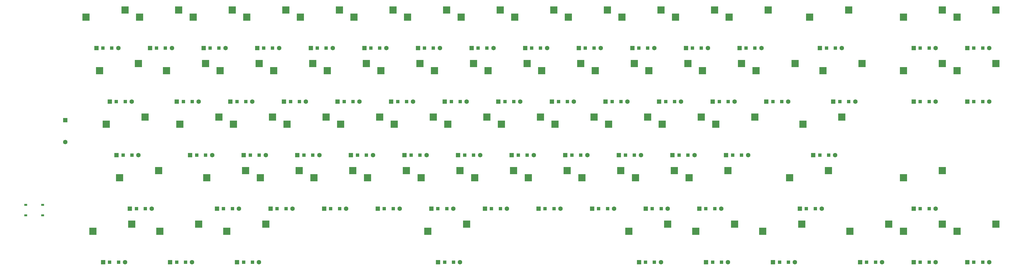
<source format=gbp>
G04 #@! TF.GenerationSoftware,KiCad,Pcbnew,8.0.7*
G04 #@! TF.CreationDate,2025-01-01T13:35:18+11:00*
G04 #@! TF.ProjectId,Mainpcb,4d61696e-7063-4622-9e6b-696361645f70,rev?*
G04 #@! TF.SameCoordinates,Original*
G04 #@! TF.FileFunction,Paste,Bot*
G04 #@! TF.FilePolarity,Positive*
%FSLAX46Y46*%
G04 Gerber Fmt 4.6, Leading zero omitted, Abs format (unit mm)*
G04 Created by KiCad (PCBNEW 8.0.7) date 2025-01-01 13:35:18*
%MOMM*%
%LPD*%
G01*
G04 APERTURE LIST*
%ADD10R,1.000000X0.750000*%
%ADD11R,2.550000X2.500000*%
%ADD12R,1.600000X1.600000*%
%ADD13C,1.600000*%
%ADD14R,1.200000X1.200000*%
G04 APERTURE END LIST*
D10*
X37000000Y-94250000D03*
X31000000Y-94250000D03*
X37000000Y-98000000D03*
X31000000Y-98000000D03*
D11*
X66290000Y-24920000D03*
X52440000Y-27460000D03*
D12*
X45000000Y-64100000D03*
D13*
X45000000Y-71900000D03*
D11*
X337750240Y-101120000D03*
X323900240Y-103660000D03*
X92482995Y-101120000D03*
X78632995Y-103660000D03*
X213928135Y-63020000D03*
X200078135Y-65560000D03*
X204402450Y-82070000D03*
X190552450Y-84610000D03*
X190114920Y-43970000D03*
X176264920Y-46510000D03*
X104390000Y-24920000D03*
X90540000Y-27460000D03*
X161540000Y-24920000D03*
X147690000Y-27460000D03*
X294890000Y-24920000D03*
X281040000Y-27460000D03*
X68671250Y-101120000D03*
X54821250Y-103660000D03*
X356801090Y-101120000D03*
X342951090Y-103660000D03*
X223452450Y-82070000D03*
X209602450Y-84610000D03*
X321083635Y-63020000D03*
X307233635Y-65560000D03*
X242502450Y-82070000D03*
X228652450Y-84610000D03*
X375852500Y-43970000D03*
X362002500Y-46510000D03*
X109152450Y-82070000D03*
X95302450Y-84610000D03*
X306793740Y-101120000D03*
X292943740Y-103660000D03*
X71052500Y-43970000D03*
X57202500Y-46510000D03*
X271078135Y-63020000D03*
X257228135Y-65560000D03*
X142490000Y-24920000D03*
X128640000Y-27460000D03*
X94864920Y-43970000D03*
X81014920Y-46510000D03*
X275840000Y-24920000D03*
X261990000Y-27460000D03*
X290128135Y-63020000D03*
X276278135Y-65560000D03*
X328227420Y-43970000D03*
X314377420Y-46510000D03*
X175828135Y-63020000D03*
X161978135Y-65560000D03*
X85340000Y-24920000D03*
X71490000Y-27460000D03*
X356801090Y-82070000D03*
X342951090Y-84610000D03*
X356802500Y-43970000D03*
X342952500Y-46510000D03*
X375852500Y-24920000D03*
X362002500Y-27460000D03*
X323465000Y-24920000D03*
X309615000Y-27460000D03*
X156778135Y-63020000D03*
X142928135Y-65560000D03*
X232978135Y-63020000D03*
X219128135Y-65560000D03*
X247264920Y-43970000D03*
X233414920Y-46510000D03*
X166302450Y-82070000D03*
X152452450Y-84610000D03*
X209164920Y-43970000D03*
X195314920Y-46510000D03*
X252028135Y-63020000D03*
X238178135Y-65560000D03*
X256790000Y-24920000D03*
X242940000Y-27460000D03*
X304414920Y-43970000D03*
X290564920Y-46510000D03*
X356802500Y-24920000D03*
X342952500Y-27460000D03*
X259169740Y-101120000D03*
X245319740Y-103660000D03*
X187731740Y-101120000D03*
X173881740Y-103660000D03*
X280602450Y-82070000D03*
X266752450Y-84610000D03*
X316320450Y-82070000D03*
X302470450Y-84610000D03*
X261552450Y-82070000D03*
X247702450Y-84610000D03*
X113914920Y-43970000D03*
X100064920Y-46510000D03*
X123440000Y-24920000D03*
X109590000Y-27460000D03*
X147252450Y-82070000D03*
X133402450Y-84610000D03*
X152014920Y-43970000D03*
X138164920Y-46510000D03*
X132964920Y-43970000D03*
X119114920Y-46510000D03*
X137728135Y-63020000D03*
X123878135Y-65560000D03*
X78196250Y-82070000D03*
X64346250Y-84610000D03*
X282981740Y-101120000D03*
X269131740Y-103660000D03*
X99628135Y-63020000D03*
X85778135Y-65560000D03*
X116294740Y-101120000D03*
X102444740Y-103660000D03*
X194878135Y-63020000D03*
X181028135Y-65560000D03*
X180590000Y-24920000D03*
X166740000Y-27460000D03*
X73433750Y-63020000D03*
X59583750Y-65560000D03*
X128202450Y-82070000D03*
X114352450Y-84610000D03*
X171064920Y-43970000D03*
X157214920Y-46510000D03*
X118678135Y-63020000D03*
X104828135Y-65560000D03*
X218690000Y-24920000D03*
X204840000Y-27460000D03*
X228214920Y-43970000D03*
X214364920Y-46510000D03*
X375851090Y-101120000D03*
X362001090Y-103660000D03*
X185352450Y-82070000D03*
X171502450Y-84610000D03*
X285364920Y-43970000D03*
X271514920Y-46510000D03*
X266314920Y-43970000D03*
X252464920Y-46510000D03*
X199640000Y-24920000D03*
X185790000Y-27460000D03*
X237740000Y-24920000D03*
X223890000Y-27460000D03*
D12*
X151350000Y-38500000D03*
D14*
X153675000Y-38500000D03*
X156825000Y-38500000D03*
D13*
X159150000Y-38500000D03*
D12*
X346612500Y-57550000D03*
D14*
X348937500Y-57550000D03*
X352087500Y-57550000D03*
D13*
X354412500Y-57550000D03*
D12*
X170400000Y-38500000D03*
D14*
X172725000Y-38500000D03*
X175875000Y-38500000D03*
D13*
X178200000Y-38500000D03*
D12*
X208500000Y-38500000D03*
D14*
X210825000Y-38500000D03*
X213975000Y-38500000D03*
D13*
X216300000Y-38500000D03*
D12*
X194212450Y-95650000D03*
D14*
X196537450Y-95650000D03*
X199687450Y-95650000D03*
D13*
X202012450Y-95650000D03*
D12*
X89438135Y-76600000D03*
D14*
X91763135Y-76600000D03*
X94913135Y-76600000D03*
D13*
X97238135Y-76600000D03*
D12*
X175162450Y-95650000D03*
D14*
X177487450Y-95650000D03*
X180637450Y-95650000D03*
D13*
X182962450Y-95650000D03*
D12*
X346611090Y-95650000D03*
D14*
X348936090Y-95650000D03*
X352086090Y-95650000D03*
D13*
X354411090Y-95650000D03*
D12*
X296604590Y-114700000D03*
D14*
X298929590Y-114700000D03*
X302079590Y-114700000D03*
D13*
X304404590Y-114700000D03*
D12*
X227550000Y-38500000D03*
D14*
X229875000Y-38500000D03*
X233025000Y-38500000D03*
D13*
X235350000Y-38500000D03*
D12*
X284700000Y-38500000D03*
D14*
X287025000Y-38500000D03*
X290175000Y-38500000D03*
D13*
X292500000Y-38500000D03*
D12*
X184688135Y-76600000D03*
D14*
X187013135Y-76600000D03*
X190163135Y-76600000D03*
D13*
X192488135Y-76600000D03*
D12*
X213262450Y-95650000D03*
D14*
X215587450Y-95650000D03*
X218737450Y-95650000D03*
D13*
X221062450Y-95650000D03*
D12*
X122774920Y-57550000D03*
D14*
X125099920Y-57550000D03*
X128249920Y-57550000D03*
D13*
X130574920Y-57550000D03*
D12*
X141824920Y-57550000D03*
D14*
X144149920Y-57550000D03*
X147299920Y-57550000D03*
D13*
X149624920Y-57550000D03*
D12*
X365661090Y-114700000D03*
D14*
X367986090Y-114700000D03*
X371136090Y-114700000D03*
D13*
X373461090Y-114700000D03*
D12*
X63243750Y-76600000D03*
D14*
X65568750Y-76600000D03*
X68718750Y-76600000D03*
D13*
X71043750Y-76600000D03*
D12*
X275174920Y-57550000D03*
D14*
X277499920Y-57550000D03*
X280649920Y-57550000D03*
D13*
X282974920Y-57550000D03*
D12*
X177541590Y-114700000D03*
D14*
X179866590Y-114700000D03*
X183016590Y-114700000D03*
D13*
X185341590Y-114700000D03*
D12*
X56100000Y-38500000D03*
D14*
X58425000Y-38500000D03*
X61575000Y-38500000D03*
D13*
X63900000Y-38500000D03*
D12*
X294224920Y-57550000D03*
D14*
X296549920Y-57550000D03*
X299699920Y-57550000D03*
D13*
X302024920Y-57550000D03*
D12*
X365662500Y-38500000D03*
D14*
X367987500Y-38500000D03*
X371137500Y-38500000D03*
D13*
X373462500Y-38500000D03*
D12*
X232312450Y-95650000D03*
D14*
X234637450Y-95650000D03*
X237787450Y-95650000D03*
D13*
X240112450Y-95650000D03*
D12*
X248979590Y-114700000D03*
D14*
X251304590Y-114700000D03*
X254454590Y-114700000D03*
D13*
X256779590Y-114700000D03*
D12*
X265650000Y-38500000D03*
D14*
X267975000Y-38500000D03*
X271125000Y-38500000D03*
D13*
X273450000Y-38500000D03*
D12*
X160874920Y-57550000D03*
D14*
X163199920Y-57550000D03*
X166349920Y-57550000D03*
D13*
X168674920Y-57550000D03*
D12*
X270412450Y-95650000D03*
D14*
X272737450Y-95650000D03*
X275887450Y-95650000D03*
D13*
X278212450Y-95650000D03*
D12*
X260888135Y-76600000D03*
D14*
X263213135Y-76600000D03*
X266363135Y-76600000D03*
D13*
X268688135Y-76600000D03*
D12*
X310893635Y-76600000D03*
D14*
X313218635Y-76600000D03*
X316368635Y-76600000D03*
D13*
X318693635Y-76600000D03*
D12*
X203738135Y-76600000D03*
D14*
X206063135Y-76600000D03*
X209213135Y-76600000D03*
D13*
X211538135Y-76600000D03*
D12*
X246600000Y-38500000D03*
D14*
X248925000Y-38500000D03*
X252075000Y-38500000D03*
D13*
X254400000Y-38500000D03*
D12*
X58481250Y-114700000D03*
D14*
X60806250Y-114700000D03*
X63956250Y-114700000D03*
D13*
X66281250Y-114700000D03*
D12*
X218024920Y-57550000D03*
D14*
X220349920Y-57550000D03*
X223499920Y-57550000D03*
D13*
X225824920Y-57550000D03*
D12*
X306130450Y-95650000D03*
D14*
X308455450Y-95650000D03*
X311605450Y-95650000D03*
D13*
X313930450Y-95650000D03*
D12*
X82292995Y-114700000D03*
D14*
X84617995Y-114700000D03*
X87767995Y-114700000D03*
D13*
X90092995Y-114700000D03*
D12*
X75150000Y-38500000D03*
D14*
X77475000Y-38500000D03*
X80625000Y-38500000D03*
D13*
X82950000Y-38500000D03*
D12*
X346611090Y-114700000D03*
D14*
X348936090Y-114700000D03*
X352086090Y-114700000D03*
D13*
X354411090Y-114700000D03*
D12*
X118012450Y-95650000D03*
D14*
X120337450Y-95650000D03*
X123487450Y-95650000D03*
D13*
X125812450Y-95650000D03*
D12*
X113250000Y-38500000D03*
D14*
X115575000Y-38500000D03*
X118725000Y-38500000D03*
D13*
X121050000Y-38500000D03*
D12*
X327561090Y-114700000D03*
D14*
X329886090Y-114700000D03*
X333036090Y-114700000D03*
D13*
X335361090Y-114700000D03*
D12*
X106104740Y-114700000D03*
D14*
X108429740Y-114700000D03*
X111579740Y-114700000D03*
D13*
X113904740Y-114700000D03*
D12*
X222788135Y-76600000D03*
D14*
X225113135Y-76600000D03*
X228263135Y-76600000D03*
D13*
X230588135Y-76600000D03*
D12*
X179924920Y-57550000D03*
D14*
X182249920Y-57550000D03*
X185399920Y-57550000D03*
D13*
X187724920Y-57550000D03*
D12*
X251362450Y-95650000D03*
D14*
X253687450Y-95650000D03*
X256837450Y-95650000D03*
D13*
X259162450Y-95650000D03*
D12*
X60862500Y-57550000D03*
D14*
X63187500Y-57550000D03*
X66337500Y-57550000D03*
D13*
X68662500Y-57550000D03*
D12*
X279938135Y-76600000D03*
D14*
X282263135Y-76600000D03*
X285413135Y-76600000D03*
D13*
X287738135Y-76600000D03*
D12*
X198974920Y-57550000D03*
D14*
X201299920Y-57550000D03*
X204449920Y-57550000D03*
D13*
X206774920Y-57550000D03*
D12*
X132300000Y-38500000D03*
D14*
X134625000Y-38500000D03*
X137775000Y-38500000D03*
D13*
X140100000Y-38500000D03*
D12*
X237074920Y-57550000D03*
D14*
X239399920Y-57550000D03*
X242549920Y-57550000D03*
D13*
X244874920Y-57550000D03*
D12*
X108488135Y-76600000D03*
D14*
X110813135Y-76600000D03*
X113963135Y-76600000D03*
D13*
X116288135Y-76600000D03*
D12*
X103724920Y-57550000D03*
D14*
X106049920Y-57550000D03*
X109199920Y-57550000D03*
D13*
X111524920Y-57550000D03*
D12*
X272791590Y-114700000D03*
D14*
X275116590Y-114700000D03*
X278266590Y-114700000D03*
D13*
X280591590Y-114700000D03*
D12*
X313275000Y-38500000D03*
D14*
X315600000Y-38500000D03*
X318750000Y-38500000D03*
D13*
X321075000Y-38500000D03*
D12*
X165638135Y-76600000D03*
D14*
X167963135Y-76600000D03*
X171113135Y-76600000D03*
D13*
X173438135Y-76600000D03*
D12*
X318037420Y-57550000D03*
D14*
X320362420Y-57550000D03*
X323512420Y-57550000D03*
D13*
X325837420Y-57550000D03*
D12*
X189450000Y-38500000D03*
D14*
X191775000Y-38500000D03*
X194925000Y-38500000D03*
D13*
X197250000Y-38500000D03*
D12*
X127538135Y-76600000D03*
D14*
X129863135Y-76600000D03*
X133013135Y-76600000D03*
D13*
X135338135Y-76600000D03*
D12*
X156112450Y-95650000D03*
D14*
X158437450Y-95650000D03*
X161587450Y-95650000D03*
D13*
X163912450Y-95650000D03*
D12*
X98962450Y-95650000D03*
D14*
X101287450Y-95650000D03*
X104437450Y-95650000D03*
D13*
X106762450Y-95650000D03*
D12*
X241838135Y-76600000D03*
D14*
X244163135Y-76600000D03*
X247313135Y-76600000D03*
D13*
X249638135Y-76600000D03*
D12*
X68006250Y-95650000D03*
D14*
X70331250Y-95650000D03*
X73481250Y-95650000D03*
D13*
X75806250Y-95650000D03*
D12*
X256124920Y-57550000D03*
D14*
X258449920Y-57550000D03*
X261599920Y-57550000D03*
D13*
X263924920Y-57550000D03*
D12*
X146588135Y-76600000D03*
D14*
X148913135Y-76600000D03*
X152063135Y-76600000D03*
D13*
X154388135Y-76600000D03*
D12*
X365662500Y-57550000D03*
D14*
X367987500Y-57550000D03*
X371137500Y-57550000D03*
D13*
X373462500Y-57550000D03*
D12*
X94200000Y-38500000D03*
D14*
X96525000Y-38500000D03*
X99675000Y-38500000D03*
D13*
X102000000Y-38500000D03*
D12*
X84674920Y-57550000D03*
D14*
X86999920Y-57550000D03*
X90149920Y-57550000D03*
D13*
X92474920Y-57550000D03*
D12*
X137062450Y-95650000D03*
D14*
X139387450Y-95650000D03*
X142537450Y-95650000D03*
D13*
X144862450Y-95650000D03*
D12*
X346612500Y-38500000D03*
D14*
X348937500Y-38500000D03*
X352087500Y-38500000D03*
D13*
X354412500Y-38500000D03*
M02*

</source>
